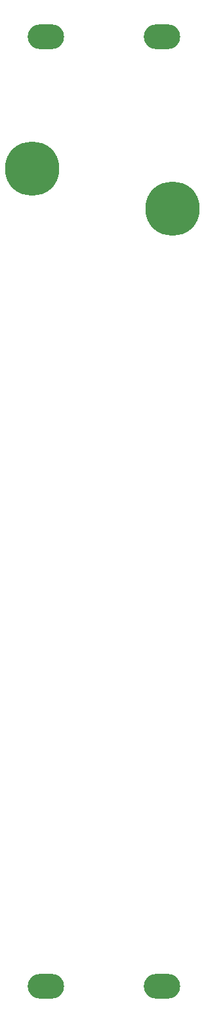
<source format=gbr>
%TF.GenerationSoftware,KiCad,Pcbnew,(6.0.10)*%
%TF.CreationDate,2023-01-27T16:58:14-08:00*%
%TF.ProjectId,Panel,50616e65-6c2e-46b6-9963-61645f706362,rev?*%
%TF.SameCoordinates,Original*%
%TF.FileFunction,Soldermask,Top*%
%TF.FilePolarity,Negative*%
%FSLAX46Y46*%
G04 Gerber Fmt 4.6, Leading zero omitted, Abs format (unit mm)*
G04 Created by KiCad (PCBNEW (6.0.10)) date 2023-01-27 16:58:14*
%MOMM*%
%LPD*%
G01*
G04 APERTURE LIST*
%ADD10O,4.700000X3.200000*%
%ADD11C,7.000000*%
G04 APERTURE END LIST*
D10*
%TO.C,*%
X67372000Y-159992000D03*
%TD*%
D11*
%TO.C,REF\u002A\u002A*%
X68672000Y-59642000D03*
%TD*%
D10*
%TO.C,REF\u002A\u002A*%
X52372000Y-37492000D03*
%TD*%
D11*
%TO.C,REF\u002A\u002A*%
X50572000Y-54492000D03*
%TD*%
D10*
%TO.C,*%
X67372000Y-37492000D03*
%TD*%
%TO.C,*%
X52372000Y-159992000D03*
%TD*%
D11*
%TO.C,*%
X68672000Y-59642000D03*
%TD*%
M02*

</source>
